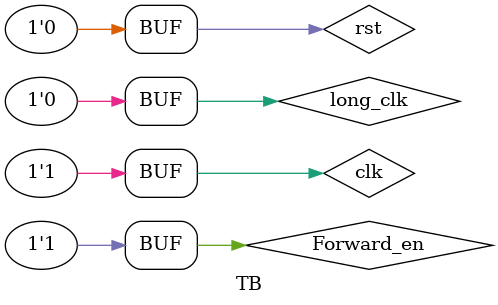
<source format=v>
`timescale 1ns/1ns

module TB();

	wire[63:0] SRAM_DQ;
	wire[16:0] SRAM_ADDR;
	wire SRAM_WE_N;
	reg clk, rst, Forward_en, long_clk;
	ARM arm(clk, rst, Forward_en, SRAM_DQ, SRAM_ADDR, SRAM_WE_N);
	SRAM ram(long_clk, rst, SRAM_WE_N, SRAM_ADDR, SRAM_DQ);

	initial begin
		long_clk = 1'b0;
		repeat (500) begin
			#20 long_clk = ~long_clk;
		end
	end

	initial begin
		clk = 1'b0;
		rst = 1'b0;
		Forward_en = 1'b1;

		#10 clk = 1'b1;
		#10 rst = 1'b1;
		#10 clk = 1'b0;
		#10 rst = 1'b0;
		#10 clk = 1'b1;

		repeat (1000) begin
			#10 clk = ~clk;
		end
	end

endmodule
</source>
